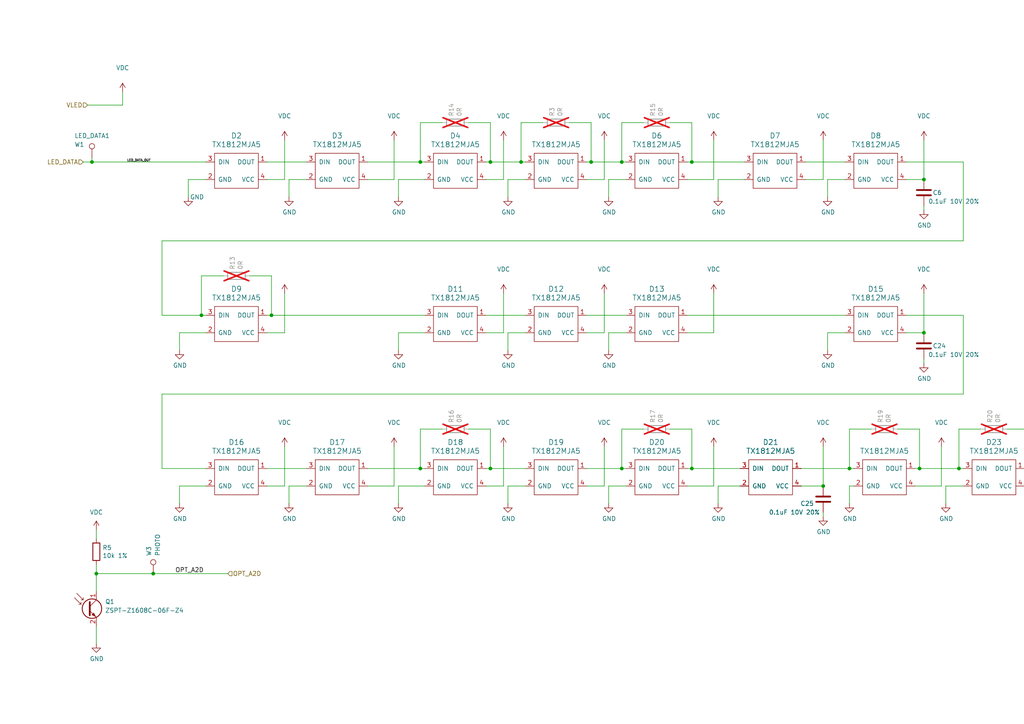
<source format=kicad_sch>
(kicad_sch (version 20250114) (generator "eeschema") (generator_version "9.0")
  (paper "A4")
  (title_block (title "Pixels D20 Schematic, Main") (date "2022-08-26") (rev "13") (company "Systemic Games, LLC") (comment 1 "LED Chain"))
  (lib_symbols
    (symbol "Device:C" (pin_numbers (hide yes)) (pin_names (offset 0.254))
      (property "Reference" "C" (at 0.635 2.54 0))
      (property "Value" "C" (at 0.635 -2.54 0))
      (symbol "C_0_1"
        (polyline (pts (xy -2.032 0.762) (xy 2.032 0.762)) (stroke (width 0.508)))
        (polyline (pts (xy -2.032 -0.762) (xy 2.032 -0.762)) (stroke (width 0.508)))
      )
      (symbol "C_1_1"
        (pin passive line (at 0 3.81 270) (length 2.794) (name "~") (number "1"))
        (pin passive line (at 0 -3.81 90) (length 2.794) (name "~") (number "2"))
      )
    )
    (symbol "Device:Q_Photo_NPN" (pin_names (offset 0) (hide yes))
      (property "Reference" "Q" (at 5.08 1.27 0))
      (property "Value" "Q_Photo_NPN" (at 5.08 -1.27 0))
      (symbol "Q_Photo_NPN_0_1"
        (polyline (pts (xy -3.81 3.175) (xy -1.905 1.27) (xy -1.905 1.905)))
        (polyline (pts (xy -3.175 4.445) (xy -1.27 2.54) (xy -1.27 3.175)))
        (polyline (pts (xy -1.905 1.27) (xy -2.54 1.27)))
        (polyline (pts (xy -1.27 2.54) (xy -1.905 2.54)))
        (polyline (pts (xy 0.635 1.905) (xy 0.635 -1.905) (xy 0.635 -1.905)) (stroke (width 0.508)))
        (polyline (pts (xy 0.635 0.635) (xy 2.54 2.54)))
        (polyline (pts (xy 0.635 -0.635) (xy 2.54 -2.54) (xy 2.54 -2.54)))
        (circle (center 1.27 0) (radius 2.8194) (stroke (width 0.254)))
        (polyline (pts (xy 1.27 -1.778) (xy 1.778 -1.27) (xy 2.286 -2.286) (xy 1.27 -1.778) (xy 1.27 -1.778)) (fill (type outline)))
      )
      (symbol "Q_Photo_NPN_1_1"
        (pin passive line (at 2.54 5.08 270) (length 2.54) (name "C") (number "1"))
        (pin passive line (at 2.54 -5.08 90) (length 2.54) (name "E") (number "2"))
      )
    )
    (symbol "Device:R" (pin_numbers (hide yes)) (pin_names (offset 0))
      (property "Reference" "R" (at 2.032 0 90))
      (property "Value" "R" (at 0 0 90))
      (symbol "R_0_1"
        (rectangle (start -1.016 -2.54) (end 1.016 2.54) (stroke (width 0.254)))
      )
      (symbol "R_1_1"
        (pin passive line (at 0 3.81 270) (length 1.27) (name "~") (number "1"))
        (pin passive line (at 0 -3.81 90) (length 1.27) (name "~") (number "2"))
      )
    )
    (symbol "Pixels-dice:TEST_1P-conn" (pin_numbers (hide yes)) (pin_names (offset 0.762) (hide yes))
      (property "Reference" "W" (at 0 6.858 0))
      (property "Value" "TEST_1P-conn" (at 0 5.08 0))
      (symbol "TEST_1P-conn_0_1"
        (circle (center 0 3.302) (radius 0.762))
      )
      (symbol "TEST_1P-conn_1_1"
        (pin passive line (at 0 0 90) (length 2.54) (name "1") (number "1"))
      )
    )
    (symbol "Pixels-dice:TX1812MJA5" (pin_names (offset 1.016))
      (property "Reference" "D" (at 0 -6.35 0))
      (property "Value" "TX1812MJA5" (at 0 6.35 0))
      (symbol "TX1812MJA5_0_1"
        (rectangle (start -6.35 5.08) (end 6.35 -5.08))
      )
      (symbol "TX1812MJA5_1_1"
        (pin input line (at -8.89 2.54 0) (length 2.54) (name "DIN") (number "3"))
        (pin power_in line (at -8.89 -2.54 0) (length 2.54) (name "GND") (number "2"))
        (pin output line (at 8.89 2.54 180) (length 2.54) (name "DOUT") (number "1"))
        (pin power_in line (at 8.89 -2.54 180) (length 2.54) (name "VCC") (number "4"))
      )
    )
    (symbol "power:GND" (power) (pin_names (offset 0))
      (property "Value" "GND" (at 0 -3.81 0))
      (symbol "GND_0_1"
        (polyline (pts (xy 0 0) (xy 0 -1.27) (xy 1.27 -1.27) (xy 0 -2.54) (xy -1.27 -1.27) (xy 0 -1.27)))
      )
      (symbol "GND_1_1"
        (pin power_in line (at 0 0 270) (length 0) (hide yes) (name "GND") (number "1"))
      )
    )
    (symbol "power:VDC" (power) (pin_names (offset 0))
      (property "Value" "VDC" (at 0 6.35 0))
      (symbol "VDC_0_1"
        (polyline (pts (xy -0.762 1.27) (xy 0 2.54)))
        (polyline (pts (xy 0 2.54) (xy 0.762 1.27)))
        (polyline (pts (xy 0 0) (xy 0 2.54)))
      )
      (symbol "VDC_1_1"
        (pin power_in line (at 0 0 90) (length 0) (hide yes) (name "VDC") (number "1"))
      )
    )
  )
  (junction (at 142.24 46.99))
  (junction (at 26.67 46.99))
  (junction (at 307.34 135.89))
  (junction (at 266.7 135.89))
  (junction (at 200.66 46.99))
  (junction (at 121.92 46.99))
  (junction (at 424.18 135.89))
  (junction (at 393.7 135.89))
  (junction (at 238.76 140.97))
  (junction (at 246.38 135.89))
  (junction (at 27.94 166.37))
  (junction (at 373.38 135.89))
  (junction (at 327.66 135.89))
  (junction (at 180.34 46.99))
  (junction (at 44.45 166.37))
  (junction (at 403.86 135.89))
  (junction (at 298.45 135.89))
  (junction (at 121.92 135.89))
  (junction (at 78.74 91.44))
  (junction (at 151.13 46.99))
  (junction (at 58.42 91.44))
  (junction (at 267.97 52.07))
  (junction (at 278.13 135.89))
  (junction (at 171.45 46.99))
  (junction (at 267.97 96.52))
  (junction (at 180.34 135.89))
  (junction (at 200.66 135.89))
  (junction (at 142.24 135.89))
  (wire (pts (xy 297.18 135.89) (xy 298.45 135.89)))
  (wire (pts (xy 175.26 85.09) (xy 175.26 96.52)))
  (wire (pts (xy 207.01 40.64) (xy 207.01 52.07)))
  (wire (pts (xy 78.74 91.44) (xy 123.19 91.44)))
  (wire (pts (xy 147.32 140.97) (xy 152.4 140.97)))
  (wire (pts (xy 140.97 46.99) (xy 142.24 46.99)))
  (wire (pts (xy 273.05 129.54) (xy 273.05 140.97)))
  (wire (pts (xy 274.32 140.97) (xy 274.32 146.05)))
  (wire (pts (xy 279.4 46.99) (xy 279.4 69.85)))
  (wire (pts (xy 135.89 35.56) (xy 142.24 35.56)))
  (wire (pts (xy 393.7 124.46) (xy 393.7 135.89)))
  (wire (pts (xy 114.3 129.54) (xy 114.3 140.97)))
  (wire (pts (xy 58.42 80.01) (xy 58.42 91.44)))
  (wire (pts (xy 267.97 104.14) (xy 267.97 105.41)))
  (wire (pts (xy 233.68 52.07) (xy 238.76 52.07)))
  (wire (pts (xy 392.43 140.97) (xy 400.05 140.97)))
  (wire (pts (xy 194.31 124.46) (xy 200.66 124.46)))
  (wire (pts (xy 176.53 96.52) (xy 176.53 101.6)))
  (wire (pts (xy 77.47 135.89) (xy 88.9 135.89)))
  (wire (pts (xy 170.18 52.07) (xy 175.26 52.07)))
  (wire (pts (xy 176.53 52.07) (xy 181.61 52.07)))
  (wire (pts (xy 27.94 166.37) (xy 44.45 166.37)))
  (wire (pts (xy 147.32 146.05) (xy 147.32 140.97)))
  (wire (pts (xy 297.18 140.97) (xy 302.26 140.97)))
  (wire (pts (xy 176.53 52.07) (xy 176.53 57.15)))
  (wire (pts (xy 82.55 85.09) (xy 82.55 96.52)))
  (wire (pts (xy 83.82 146.05) (xy 83.82 140.97)))
  (wire (pts (xy 46.99 69.85) (xy 46.99 91.44)))
  (wire (pts (xy 146.05 85.09) (xy 146.05 96.52)))
  (wire (pts (xy 78.74 80.01) (xy 78.74 91.44)))
  (wire (pts (xy 303.53 140.97) (xy 308.61 140.97)))
  (wire (pts (xy 400.05 129.54) (xy 400.05 140.97)))
  (wire (pts (xy 77.47 91.44) (xy 78.74 91.44)))
  (wire (pts (xy 170.18 91.44) (xy 181.61 91.44)))
  (wire (pts (xy 114.3 40.64) (xy 114.3 52.07)))
  (wire (pts (xy 142.24 46.99) (xy 151.13 46.99)))
  (wire (pts (xy 147.32 52.07) (xy 152.4 52.07)))
  (wire (pts (xy 147.32 96.52) (xy 152.4 96.52)))
  (wire (pts (xy 194.31 35.56) (xy 200.66 35.56)))
  (wire (pts (xy 298.45 124.46) (xy 298.45 135.89)))
  (wire (pts (xy 335.28 140.97) (xy 341.63 140.97)))
  (wire (pts (xy 121.92 46.99) (xy 123.19 46.99)))
  (wire (pts (xy 208.28 140.97) (xy 208.28 146.05)))
  (wire (pts (xy 151.13 46.99) (xy 152.4 46.99)))
  (wire (pts (xy 267.97 59.69) (xy 267.97 60.96)))
  (wire (pts (xy 27.94 181.61) (xy 27.94 186.69)))
  (wire (pts (xy 142.24 35.56) (xy 142.24 46.99)))
  (wire (pts (xy 27.94 163.83) (xy 27.94 166.37)))
  (wire (pts (xy 165.1 35.56) (xy 171.45 35.56)))
  (wire (pts (xy 128.27 35.56) (xy 121.92 35.56)))
  (wire (pts (xy 262.89 52.07) (xy 267.97 52.07)))
  (wire (pts (xy 175.26 40.64) (xy 175.26 52.07)))
  (wire (pts (xy 140.97 91.44) (xy 152.4 91.44)))
  (wire (pts (xy 302.26 129.54) (xy 302.26 140.97)))
  (wire (pts (xy 246.38 135.89) (xy 247.65 135.89)))
  (wire (pts (xy 279.4 91.44) (xy 279.4 114.3)))
  (wire (pts (xy 326.39 135.89) (xy 327.66 135.89)))
  (wire (pts (xy 307.34 124.46) (xy 307.34 135.89)))
  (wire (pts (xy 403.86 135.89) (xy 405.13 135.89)))
  (wire (pts (xy 359.41 135.89) (xy 373.38 135.89)))
  (wire (pts (xy 106.68 46.99) (xy 121.92 46.99)))
  (wire (pts (xy 410.21 124.46) (xy 403.86 124.46)))
  (wire (pts (xy 403.86 140.97) (xy 405.13 140.97)))
  (wire (pts (xy 379.73 124.46) (xy 373.38 124.46)))
  (wire (pts (xy 232.41 135.89) (xy 246.38 135.89)))
  (wire (pts (xy 313.69 124.46) (xy 307.34 124.46)))
  (wire (pts (xy 27.94 153.67) (xy 27.94 156.21)))
  (wire (pts (xy 77.47 96.52) (xy 82.55 96.52)))
  (wire (pts (xy 199.39 135.89) (xy 200.66 135.89)))
  (wire (pts (xy 365.76 129.54) (xy 365.76 140.97)))
  (wire (pts (xy 83.82 57.15) (xy 83.82 52.07)))
  (wire (pts (xy 307.34 135.89) (xy 308.61 135.89)))
  (wire (pts (xy 146.05 129.54) (xy 146.05 140.97)))
  (wire (pts (xy 199.39 140.97) (xy 207.01 140.97)))
  (wire (pts (xy 208.28 140.97) (xy 214.63 140.97)))
  (wire (pts (xy 262.89 91.44) (xy 279.4 91.44)))
  (wire (pts (xy 135.89 124.46) (xy 142.24 124.46)))
  (wire (pts (xy 171.45 35.56) (xy 171.45 46.99)))
  (wire (pts (xy 240.03 52.07) (xy 245.11 52.07)))
  (wire (pts (xy 199.39 52.07) (xy 207.01 52.07)))
  (wire (pts (xy 403.86 124.46) (xy 403.86 135.89)))
  (wire (pts (xy 359.41 140.97) (xy 365.76 140.97)))
  (wire (pts (xy 262.89 46.99) (xy 279.4 46.99)))
  (wire (pts (xy 334.01 129.54) (xy 334.01 140.97)))
  (wire (pts (xy 267.97 40.64) (xy 267.97 52.07)))
  (wire (pts (xy 26.67 46.99) (xy 59.69 46.99)))
  (wire (pts (xy 176.53 140.97) (xy 176.53 146.05)))
  (wire (pts (xy 142.24 124.46) (xy 142.24 135.89)))
  (wire (pts (xy 260.35 124.46) (xy 266.7 124.46)))
  (wire (pts (xy 106.68 52.07) (xy 114.3 52.07)))
  (wire (pts (xy 186.69 124.46) (xy 180.34 124.46)))
  (wire (pts (xy 422.91 140.97) (xy 430.53 140.97)))
  (wire (pts (xy 170.18 96.52) (xy 175.26 96.52)))
  (wire (pts (xy 54.61 52.07) (xy 54.61 57.15)))
  (wire (pts (xy 147.32 57.15) (xy 147.32 52.07)))
  (wire (pts (xy 35.56 30.48) (xy 35.56 26.67)))
  (wire (pts (xy 199.39 96.52) (xy 207.01 96.52)))
  (wire (pts (xy 121.92 35.56) (xy 121.92 46.99)))
  (wire (pts (xy 422.91 135.89) (xy 424.18 135.89)))
  (wire (pts (xy 26.67 45.72) (xy 26.67 46.99)))
  (wire (pts (xy 238.76 129.54) (xy 238.76 140.97)))
  (wire (pts (xy 232.41 140.97) (xy 238.76 140.97)))
  (wire (pts (xy 207.01 85.09) (xy 207.01 96.52)))
  (wire (pts (xy 186.69 35.56) (xy 180.34 35.56)))
  (wire (pts (xy 208.28 52.07) (xy 208.28 57.15)))
  (wire (pts (xy 180.34 135.89) (xy 181.61 135.89)))
  (wire (pts (xy 180.34 124.46) (xy 180.34 135.89)))
  (wire (pts (xy 403.86 140.97) (xy 403.86 146.05)))
  (wire (pts (xy 373.38 140.97) (xy 374.65 140.97)))
  (wire (pts (xy 278.13 135.89) (xy 279.4 135.89)))
  (wire (pts (xy 430.53 129.54) (xy 430.53 140.97)))
  (wire (pts (xy 246.38 124.46) (xy 246.38 135.89)))
  (wire (pts (xy 284.48 124.46) (xy 278.13 124.46)))
  (wire (pts (xy 52.07 140.97) (xy 59.69 140.97)))
  (wire (pts (xy 170.18 46.99) (xy 171.45 46.99)))
  (wire (pts (xy 246.38 140.97) (xy 247.65 140.97)))
  (wire (pts (xy 208.28 52.07) (xy 215.9 52.07)))
  (wire (pts (xy 175.26 129.54) (xy 175.26 140.97)))
  (wire (pts (xy 321.31 124.46) (xy 327.66 124.46)))
  (wire (pts (xy 424.18 135.89) (xy 435.61 135.89)))
  (wire (pts (xy 246.38 140.97) (xy 246.38 146.05)))
  (wire (pts (xy 392.43 135.89) (xy 393.7 135.89)))
  (wire (pts (xy 147.32 101.6) (xy 147.32 96.52)))
  (wire (pts (xy 417.83 124.46) (xy 424.18 124.46)))
  (wire (pts (xy 199.39 91.44) (xy 245.11 91.44)))
  (wire (pts (xy 72.39 80.01) (xy 78.74 80.01)))
  (wire (pts (xy 83.82 140.97) (xy 88.9 140.97)))
  (wire (pts (xy 54.61 52.07) (xy 59.69 52.07)))
  (wire (pts (xy 292.1 124.46) (xy 298.45 124.46)))
  (wire (pts (xy 25.4 30.48) (xy 35.56 30.48)))
  (wire (pts (xy 121.92 124.46) (xy 121.92 135.89)))
  (wire (pts (xy 142.24 135.89) (xy 152.4 135.89)))
  (wire (pts (xy 46.99 135.89) (xy 59.69 135.89)))
  (wire (pts (xy 64.77 80.01) (xy 58.42 80.01)))
  (wire (pts (xy 52.07 96.52) (xy 59.69 96.52)))
  (wire (pts (xy 200.66 135.89) (xy 214.63 135.89)))
  (wire (pts (xy 83.82 52.07) (xy 88.9 52.07)))
  (wire (pts (xy 424.18 124.46) (xy 424.18 135.89)))
  (wire (pts (xy 393.7 135.89) (xy 403.86 135.89)))
  (wire (pts (xy 140.97 52.07) (xy 146.05 52.07)))
  (wire (pts (xy 200.66 46.99) (xy 215.9 46.99)))
  (wire (pts (xy 24.13 46.99) (xy 26.67 46.99)))
  (wire (pts (xy 233.68 46.99) (xy 245.11 46.99)))
  (wire (pts (xy 279.4 69.85) (xy 46.99 69.85)))
  (wire (pts (xy 115.57 96.52) (xy 115.57 101.6)))
  (wire (pts (xy 265.43 135.89) (xy 266.7 135.89)))
  (wire (pts (xy 82.55 129.54) (xy 82.55 140.97)))
  (wire (pts (xy 327.66 124.46) (xy 327.66 135.89)))
  (wire (pts (xy 171.45 46.99) (xy 180.34 46.99)))
  (wire (pts (xy 77.47 46.99) (xy 88.9 46.99)))
  (wire (pts (xy 27.94 166.37) (xy 27.94 171.45)))
  (wire (pts (xy 303.53 140.97) (xy 303.53 146.05)))
  (wire (pts (xy 115.57 140.97) (xy 123.19 140.97)))
  (wire (pts (xy 240.03 101.6) (xy 240.03 96.52)))
  (wire (pts (xy 151.13 35.56) (xy 151.13 46.99)))
  (wire (pts (xy 77.47 140.97) (xy 82.55 140.97)))
  (wire (pts (xy 106.68 135.89) (xy 121.92 135.89)))
  (wire (pts (xy 115.57 96.52) (xy 123.19 96.52)))
  (wire (pts (xy 262.89 96.52) (xy 267.97 96.52)))
  (wire (pts (xy 238.76 40.64) (xy 238.76 52.07)))
  (wire (pts (xy 157.48 35.56) (xy 151.13 35.56)))
  (wire (pts (xy 207.01 129.54) (xy 207.01 140.97)))
  (wire (pts (xy 52.07 140.97) (xy 52.07 146.05)))
  (wire (pts (xy 274.32 140.97) (xy 279.4 140.97)))
  (wire (pts (xy 387.35 124.46) (xy 393.7 124.46)))
  (wire (pts (xy 373.38 140.97) (xy 373.38 146.05)))
  (wire (pts (xy 266.7 135.89) (xy 278.13 135.89)))
  (wire (pts (xy 373.38 135.89) (xy 374.65 135.89)))
  (wire (pts (xy 106.68 140.97) (xy 114.3 140.97)))
  (wire (pts (xy 278.13 124.46) (xy 278.13 135.89)))
  (wire (pts (xy 170.18 135.89) (xy 180.34 135.89)))
  (wire (pts (xy 240.03 96.52) (xy 245.11 96.52)))
  (wire (pts (xy 335.28 140.97) (xy 335.28 146.05)))
  (wire (pts (xy 200.66 35.56) (xy 200.66 46.99)))
  (wire (pts (xy 140.97 140.97) (xy 146.05 140.97)))
  (wire (pts (xy 128.27 124.46) (xy 121.92 124.46)))
  (wire (pts (xy 373.38 124.46) (xy 373.38 135.89)))
  (wire (pts (xy 140.97 96.52) (xy 146.05 96.52)))
  (wire (pts (xy 180.34 35.56) (xy 180.34 46.99)))
  (wire (pts (xy 46.99 91.44) (xy 58.42 91.44)))
  (wire (pts (xy 82.55 40.64) (xy 82.55 52.07)))
  (wire (pts (xy 199.39 46.99) (xy 200.66 46.99)))
  (wire (pts (xy 252.73 124.46) (xy 246.38 124.46)))
  (wire (pts (xy 115.57 140.97) (xy 115.57 146.05)))
  (wire (pts (xy 326.39 140.97) (xy 334.01 140.97)))
  (wire (pts (xy 200.66 124.46) (xy 200.66 135.89)))
  (wire (pts (xy 176.53 140.97) (xy 181.61 140.97)))
  (wire (pts (xy 140.97 135.89) (xy 142.24 135.89)))
  (wire (pts (xy 115.57 52.07) (xy 123.19 52.07)))
  (wire (pts (xy 266.7 124.46) (xy 266.7 135.89)))
  (wire (pts (xy 170.18 140.97) (xy 175.26 140.97)))
  (wire (pts (xy 238.76 148.59) (xy 238.76 149.86)))
  (wire (pts (xy 146.05 40.64) (xy 146.05 52.07)))
  (wire (pts (xy 240.03 57.15) (xy 240.03 52.07)))
  (wire (pts (xy 44.45 166.37) (xy 66.04 166.37)))
  (wire (pts (xy 77.47 52.07) (xy 82.55 52.07)))
  (wire (pts (xy 52.07 96.52) (xy 52.07 101.6)))
  (wire (pts (xy 298.45 135.89) (xy 307.34 135.89)))
  (wire (pts (xy 180.34 46.99) (xy 181.61 46.99)))
  (wire (pts (xy 176.53 96.52) (xy 181.61 96.52)))
  (wire (pts (xy 267.97 85.09) (xy 267.97 96.52)))
  (wire (pts (xy 279.4 114.3) (xy 46.99 114.3)))
  (wire (pts (xy 46.99 114.3) (xy 46.99 135.89)))
  (wire (pts (xy 327.66 135.89) (xy 341.63 135.89)))
  (wire (pts (xy 58.42 91.44) (xy 59.69 91.44)))
  (wire (pts (xy 115.57 52.07) (xy 115.57 57.15)))
  (wire (pts (xy 121.92 135.89) (xy 123.19 135.89)))
  (wire (pts (xy 265.43 140.97) (xy 273.05 140.97)))
  (label "LED_DATA_OUT" (at 36.83 46.99 0) (effects (font (size 0.635 0.635))))
  (label "OPT_A2D" (at 50.8 166.37 0))
  (hierarchical_label "LED_RETURN" (shape output) (at 435.61 135.89 0))
  (hierarchical_label "OPT_A2D" (shape input) (at 66.04 166.37 0))
  (hierarchical_label "LED_DATA" (shape input) (at 24.13 46.99 180))
  (hierarchical_label "VLED" (shape input) (at 25.4 30.48 180))
  (symbol (lib_id "power:VDC") (at 35.56 26.67 0) (unit 1)
    (property "Reference" "#PWR0102" (effects (hide yes)))
    (property "Value" "VDC" (at 35.56 19.685 0))
  )
  (symbol (lib_id "power:VDC") (at 82.55 40.64 0) (unit 1)
    (property "Reference" "#PWR0103" (effects (hide yes)))
    (property "Value" "VDC" (at 82.55 33.655 0))
  )
  (symbol (lib_id "power:VDC") (at 114.3 40.64 0) (unit 1)
    (property "Reference" "#PWR0104" (effects (hide yes)))
    (property "Value" "VDC" (at 114.3 33.655 0))
  )
  (symbol (lib_id "power:GND") (at 54.61 57.15 0) (unit 1)
    (property "Reference" "#PWR0105" (effects (hide yes)))
    (property "Value" "GND" (at 57.15 57.15 0))
  )
  (symbol (lib_id "power:GND") (at 83.82 57.15 0) (unit 1)
    (property "Reference" "#PWR0106" (effects (hide yes)))
    (property "Value" "GND" (at 83.947 61.5442 0))
  )
  (symbol (lib_id "power:VDC") (at 146.05 40.64 0) (unit 1)
    (property "Reference" "#PWR0107" (effects (hide yes)))
    (property "Value" "VDC" (at 146.05 33.655 0))
  )
  (symbol (lib_id "power:VDC") (at 175.26 40.64 0) (unit 1)
    (property "Reference" "#PWR0108" (effects (hide yes)))
    (property "Value" "VDC" (at 175.26 33.655 0))
  )
  (symbol (lib_id "power:GND") (at 115.57 57.15 0) (unit 1)
    (property "Reference" "#PWR0109" (effects (hide yes)))
    (property "Value" "GND" (at 115.697 61.5442 0))
  )
  (symbol (lib_id "power:GND") (at 147.32 57.15 0) (unit 1)
    (property "Reference" "#PWR0110" (effects (hide yes)))
    (property "Value" "GND" (at 147.447 61.5442 0))
  )
  (symbol (lib_id "power:VDC") (at 207.01 40.64 0) (unit 1)
    (property "Reference" "#PWR0111" (effects (hide yes)))
    (property "Value" "VDC" (at 207.01 33.655 0))
  )
  (symbol (lib_id "power:VDC") (at 238.76 40.64 0) (unit 1)
    (property "Reference" "#PWR0112" (effects (hide yes)))
    (property "Value" "VDC" (at 238.76 33.655 0))
  )
  (symbol (lib_id "power:VDC") (at 267.97 40.64 0) (unit 1)
    (property "Reference" "#PWR0113" (effects (hide yes)))
    (property "Value" "VDC" (at 267.97 33.655 0))
  )
  (symbol (lib_id "power:GND") (at 208.28 57.15 0) (unit 1)
    (property "Reference" "#PWR0114" (effects (hide yes)))
    (property "Value" "GND" (at 208.407 61.5442 0))
  )
  (symbol (lib_id "power:GND") (at 240.03 57.15 0) (unit 1)
    (property "Reference" "#PWR0115" (effects (hide yes)))
    (property "Value" "GND" (at 240.157 61.5442 0))
  )
  (symbol (lib_id "power:GND") (at 176.53 57.15 0) (unit 1)
    (property "Reference" "#PWR0116" (effects (hide yes)))
    (property "Value" "GND" (at 176.657 61.5442 0))
  )
  (symbol (lib_id "power:VDC") (at 82.55 85.09 0) (unit 1)
    (property "Reference" "#PWR0117" (effects (hide yes)))
    (property "Value" "VDC" (effects (hide yes)))
  )
  (symbol (lib_id "power:GND") (at 52.07 101.6 0) (unit 1)
    (property "Reference" "#PWR0119" (effects (hide yes)))
    (property "Value" "GND" (at 52.197 105.9942 0))
  )
  (symbol (lib_id "power:VDC") (at 175.26 85.09 0) (unit 1)
    (property "Reference" "#PWR0121" (effects (hide yes)))
    (property "Value" "VDC" (at 175.26 78.105 0))
  )
  (symbol (lib_id "power:GND") (at 115.57 101.6 0) (unit 1)
    (property "Reference" "#PWR0122" (effects (hide yes)))
    (property "Value" "GND" (at 115.697 105.9942 0))
  )
  (symbol (lib_id "power:GND") (at 147.32 101.6 0) (unit 1)
    (property "Reference" "#PWR0123" (effects (hide yes)))
    (property "Value" "GND" (at 147.447 105.9942 0))
  )
  (symbol (lib_id "power:VDC") (at 207.01 85.09 0) (unit 1)
    (property "Reference" "#PWR0124" (effects (hide yes)))
    (property "Value" "VDC" (at 207.01 78.105 0))
  )
  (symbol (lib_id "power:VDC") (at 267.97 85.09 0) (unit 1)
    (property "Reference" "#PWR0126" (effects (hide yes)))
    (property "Value" "VDC" (at 267.97 78.105 0))
  )
  (symbol (lib_id "power:GND") (at 240.03 101.6 0) (unit 1)
    (property "Reference" "#PWR0128" (effects (hide yes)))
    (property "Value" "GND" (at 240.157 105.9942 0))
  )
  (symbol (lib_id "power:GND") (at 176.53 101.6 0) (unit 1)
    (property "Reference" "#PWR0129" (effects (hide yes)))
    (property "Value" "GND" (at 176.657 105.9942 0))
  )
  (symbol (lib_id "power:VDC") (at 82.55 129.54 0) (unit 1)
    (property "Reference" "#PWR0130" (effects (hide yes)))
    (property "Value" "VDC" (at 82.55 122.555 0))
  )
  (symbol (lib_id "power:VDC") (at 114.3 129.54 0) (unit 1)
    (property "Reference" "#PWR0131" (effects (hide yes)))
    (property "Value" "VDC" (at 114.3 122.555 0))
  )
  (symbol (lib_id "power:GND") (at 52.07 146.05 0) (unit 1)
    (property "Reference" "#PWR0132" (effects (hide yes)))
    (property "Value" "GND" (at 52.197 150.4442 0))
  )
  (symbol (lib_id "power:GND") (at 83.82 146.05 0) (unit 1)
    (property "Reference" "#PWR0133" (effects (hide yes)))
    (property "Value" "GND" (at 83.947 150.4442 0))
  )
  (symbol (lib_id "power:VDC") (at 146.05 129.54 0) (unit 1)
    (property "Reference" "#PWR0134" (effects (hide yes)))
    (property "Value" "VDC" (at 146.05 122.555 0))
  )
  (symbol (lib_id "power:VDC") (at 175.26 129.54 0) (unit 1)
    (property "Reference" "#PWR0135" (effects (hide yes)))
    (property "Value" "VDC" (at 175.26 122.555 0))
  )
  (symbol (lib_id "power:GND") (at 115.57 146.05 0) (unit 1)
    (property "Reference" "#PWR0136" (effects (hide yes)))
    (property "Value" "GND" (at 115.697 150.4442 0))
  )
  (symbol (lib_id "power:GND") (at 147.32 146.05 0) (unit 1)
    (property "Reference" "#PWR0137" (effects (hide yes)))
    (property "Value" "GND" (at 147.447 150.4442 0))
  )
  (symbol (lib_id "power:VDC") (at 207.01 129.54 0) (unit 1)
    (property "Reference" "#PWR0138" (effects (hide yes)))
    (property "Value" "VDC" (at 207.01 122.555 0))
  )
  (symbol (lib_id "power:VDC") (at 238.76 129.54 0) (unit 1)
    (property "Reference" "#PWR0139" (effects (hide yes)))
    (property "Value" "VDC" (at 238.76 122.555 0))
  )
  (symbol (lib_id "power:GND") (at 267.97 60.96 0) (unit 1)
    (property "Reference" "#PWR0140" (effects (hide yes)))
    (property "Value" "GND" (at 268.097 65.3542 0))
  )
  (symbol (lib_id "Device:C") (at 267.97 100.33 0) (unit 1)
    (property "Reference" "C24" (at 270.51 100.33 0) (effects (justify left)))
    (property "Value" "0.1uF 10V 20%" (at 269.24 102.87 0) (effects (justify left)))
    (property "Footprint" "Capacitor_SMD:C_0201_0603Metric" (effects (hide yes)))
    (property "Generic OK" "YES" (effects (hide yes)))
    (property "Manufacturer" "HRE" (effects (hide yes)))
    (property "LCSC Part #" "C6119757" (effects (hide yes)))
    (property "Part Number" "CGA0201X5R104K100ET" (effects (hide yes)))
  )
  (symbol (lib_id "power:GND") (at 267.97 105.41 0) (unit 1)
    (property "Reference" "#PWR0141" (effects (hide yes)))
    (property "Value" "GND" (at 268.097 109.8042 0))
  )
  (symbol (lib_id "Device:C") (at 238.76 144.78 0) (unit 1)
    (property "Reference" "C25" (at 232.156 146.05 0) (effects (justify left)))
    (property "Value" "0.1uF 10V 20%" (at 223.012 148.59 0) (effects (justify left)))
    (property "Footprint" "Capacitor_SMD:C_0201_0603Metric" (effects (hide yes)))
    (property "Generic OK" "YES" (effects (hide yes)))
    (property "Manufacturer" "HRE" (effects (hide yes)))
    (property "LCSC Part #" "C6119757" (effects (hide yes)))
    (property "Part Number" "CGA0201X5R104K100ET" (effects (hide yes)))
  )
  (symbol (lib_id "Device:R") (at 68.58 80.01 90) (unit 1) (dnp yes)
    (property "Reference" "R13" (at 67.4116 78.232 0) (effects (justify left)))
    (property "Value" "0R" (at 69.723 78.232 0) (effects (justify left)))
    (property "Footprint" "Resistor_SMD:R_0201_0603Metric" (effects (hide yes)))
    (property "Generic OK" "YES" (effects (hide yes)))
    (property "Manufacturer" "UNI-ROYAL(Uniroyal Elec)" (effects (hide yes)))
  )
  (symbol (lib_id "Device:R") (at 383.54 124.46 90) (unit 1) (dnp yes)
    (property "Reference" "R21" (at 382.3716 122.682 0) (effects (justify left)))
    (property "Value" "0R" (at 384.683 122.682 0) (effects (justify left)))
    (property "Footprint" "Resistor_SMD:R_0201_0603Metric" (effects (hide yes)))
    (property "Generic OK" "YES" (effects (hide yes)))
    (property "Manufacturer" "UNI-ROYAL(Uniroyal Elec)" (effects (hide yes)))
  )
  (symbol (lib_id "Pixels-dice:TX1812MJA5") (at 224.79 49.53 0) (unit 1)
    (property "Reference" "D7" (at 224.79 39.37 0) (effects (font (size 1.524 1.524))))
    (property "Value" "TX1812MJA5" (at 224.79 41.91 0) (effects (font (size 1.524 1.524))))
    (property "Footprint" "Pixels-dice:TX1812MWCA5-F01" (effects (hide yes)))
    (property "Manufacturer" "TCWIN" (effects (hide yes)))
    (property "Part Number" "TX1812MJA5-F01" (effects (hide yes)))
  )
  (symbol (lib_id "Pixels-dice:TX1812MJA5") (at 317.5 138.43 0) (unit 1)
    (property "Reference" "D24" (at 317.5 128.27 0) (effects (font (size 1.524 1.524))))
    (property "Value" "TX1812MJA5" (at 317.5 130.81 0) (effects (font (size 1.524 1.524))))
    (property "Footprint" "Pixels-dice:TX1812MWCA5-F01" (effects (hide yes)))
    (property "Manufacturer" "TCWIN" (effects (hide yes)))
    (property "Part Number" "TX1812MJA5-F01" (effects (hide yes)))
  )
  (symbol (lib_id "power:GND") (at 274.32 146.05 0) (unit 1)
    (property "Reference" "#PWR067" (effects (hide yes)))
    (property "Value" "GND" (at 274.447 150.4442 0))
  )
  (symbol (lib_id "power:GND") (at 373.38 146.05 0) (unit 1)
    (property "Reference" "#PWR066" (effects (hide yes)))
    (property "Value" "GND" (at 373.507 150.4442 0))
  )
  (symbol (lib_id "Device:R") (at 27.94 160.02 0) (unit 1)
    (property "Reference" "R5" (at 29.718 158.8516 0) (effects (justify left)))
    (property "Value" "10k 1%" (at 29.718 161.163 0) (effects (justify left)))
    (property "Footprint" "Resistor_SMD:R_0201_0603Metric" (effects (hide yes)))
    (property "Generic OK" "YES" (effects (hide yes)))
    (property "Manufacturer" "UNI-ROYAL(Uniroyal Elec)" (effects (hide yes)))
    (property "Part Number" "0201WMF1002TEE" (effects (hide yes)))
    (property "LCSC Part #" "C473048" (effects (hide yes)))
  )
  (symbol (lib_id "Pixels-dice:TX1812MJA5") (at 383.54 138.43 0) (unit 1)
    (property "Reference" "D26" (at 383.54 128.27 0) (effects (font (size 1.524 1.524))))
    (property "Value" "TX1812MJA5" (at 383.54 130.81 0) (effects (font (size 1.524 1.524))))
    (property "Footprint" "Pixels-dice:TX1812MWCA5-F01" (effects (hide yes)))
    (property "Manufacturer" "TCWIN" (effects (hide yes)))
    (property "Part Number" "TX1812MJA5-F01" (effects (hide yes)))
  )
  (symbol (lib_id "power:GND") (at 176.53 146.05 0) (unit 1)
    (property "Reference" "#PWR046" (effects (hide yes)))
    (property "Value" "GND" (at 176.657 150.4442 0))
  )
  (symbol (lib_id "power:VDC") (at 334.01 129.54 0) (unit 1)
    (property "Reference" "#PWR055" (effects (hide yes)))
    (property "Value" "VDC" (at 334.01 122.555 0))
  )
  (symbol (lib_id "power:VDC") (at 27.94 153.67 0) (unit 1)
    (property "Reference" "#PWR072" (effects (hide yes)))
    (property "Value" "VDC" (at 27.94 148.59 0))
    (property "Description" "Power symbol creates a global label with name \"VDC\"" (effects (hide yes)))
  )
  (symbol (lib_id "Device:C") (at 267.97 55.88 0) (unit 1)
    (property "Reference" "C6" (at 270.51 55.88 0) (effects (justify left)))
    (property "Value" "0.1uF 10V 20%" (at 269.24 58.42 0) (effects (justify left)))
    (property "Footprint" "Capacitor_SMD:C_0201_0603Metric" (effects (hide yes)))
    (property "Generic OK" "YES" (effects (hide yes)))
    (property "Manufacturer" "HRE" (effects (hide yes)))
    (property "LCSC Part #" "C6119757" (effects (hide yes)))
    (property "Part Number" "CGA0201X5R104K100ET" (effects (hide yes)))
  )
  (symbol (lib_id "Pixels-dice:TX1812MJA5") (at 161.29 49.53 0) (unit 1)
    (property "Reference" "D5" (effects (hide yes)))
    (property "Value" "TX1812MJA5" (at 161.29 41.91 0) (effects (font (size 1.524 1.524))))
    (property "Footprint" "Pixels-dice:TX1812MWCA5-F01" (effects (hide yes)))
    (property "Manufacturer" "TCWIN" (effects (hide yes)))
    (property "Part Number" "TX1812MJA5-F01" (effects (hide yes)))
  )
  (symbol (lib_id "Pixels-dice:TX1812MJA5") (at 132.08 49.53 0) (unit 1)
    (property "Reference" "D4" (at 132.08 39.37 0) (effects (font (size 1.524 1.524))))
    (property "Value" "TX1812MJA5" (at 132.08 41.91 0) (effects (font (size 1.524 1.524))))
    (property "Footprint" "Pixels-dice:TX1812MWCA5-F01" (effects (hide yes)))
    (property "Manufacturer" "TCWIN" (effects (hide yes)))
    (property "Part Number" "TX1812MJA5-F01" (effects (hide yes)))
  )
  (symbol (lib_id "Pixels-dice:TX1812MJA5") (at 132.08 93.98 0) (unit 1)
    (property "Reference" "D11" (at 132.08 83.82 0) (effects (font (size 1.524 1.524))))
    (property "Value" "TX1812MJA5" (at 132.08 86.36 0) (effects (font (size 1.524 1.524))))
    (property "Footprint" "Pixels-dice:TX1812MWCA5-F01" (effects (hide yes)))
    (property "Manufacturer" "TCWIN" (effects (hide yes)))
    (property "Part Number" "TX1812MJA5-F01" (effects (hide yes)))
  )
  (symbol (lib_id "Pixels-dice:TX1812MJA5") (at 190.5 49.53 0) (unit 1)
    (property "Reference" "D6" (at 190.5 39.37 0) (effects (font (size 1.524 1.524))))
    (property "Value" "TX1812MJA5" (at 190.5 41.91 0) (effects (font (size 1.524 1.524))))
    (property "Footprint" "Pixels-dice:TX1812MWCA5-F01" (effects (hide yes)))
    (property "Manufacturer" "TCWIN" (effects (hide yes)))
    (property "Part Number" "TX1812MJA5-F01" (effects (hide yes)))
  )
  (symbol (lib_id "Pixels-dice:TX1812MJA5") (at 223.52 138.43 0) (unit 1)
    (property "Reference" "D21" (at 223.52 128.27 0) (effects (font (size 1.524 1.524))))
    (property "Value" "TX1812MJA5" (at 223.52 130.81 0) (effects (font (size 1.524 1.524))))
    (property "Footprint" "Pixels-dice:TX1812MWCA5-F01" (effects (hide yes)))
    (property "Manufacturer" "TCWIN" (effects (hide yes)))
    (property "Part Number" "TX1812MJA5-F01" (effects (hide yes)))
  )
  (symbol (lib_id "Pixels-dice:TX1812MJA5") (at 190.5 93.98 0) (unit 1)
    (property "Reference" "D13" (at 190.5 83.82 0) (effects (font (size 1.524 1.524))))
    (property "Value" "TX1812MJA5" (at 190.5 86.36 0) (effects (font (size 1.524 1.524))))
    (property "Footprint" "Pixels-dice:TX1812MWCA5-F01" (effects (hide yes)))
    (property "Manufacturer" "TCWIN" (effects (hide yes)))
    (property "Part Number" "TX1812MJA5-F01" (effects (hide yes)))
  )
  (symbol (lib_id "power:GND") (at 303.53 146.05 0) (unit 1)
    (property "Reference" "#PWR048" (effects (hide yes)))
    (property "Value" "GND" (at 303.657 150.4442 0))
  )
  (symbol (lib_id "power:GND") (at 403.86 146.05 0) (unit 1)
    (property "Reference" "#PWR065" (effects (hide yes)))
    (property "Value" "GND" (at 403.987 150.4442 0))
  )
  (symbol (lib_id "Pixels-dice:TEST_1P-conn") (at 44.45 166.37 0) (unit 1) (in_bom no)
    (property "Reference" "W3" (at 43.18 161.29 90) (effects (justify left)))
    (property "Value" "PHOTO" (at 45.72 161.29 90) (effects (justify left)))
    (property "Footprint" "Pixels-dice:TEST_PIN" (effects (hide yes)))
    (property "Generic OK" "N/A" (effects (hide yes)))
  )
  (symbol (lib_id "power:VDC") (at 146.05 85.09 0) (unit 1)
    (property "Reference" "#PWR015" (effects (hide yes)))
    (property "Value" "VDC" (at 146.05 78.105 0))
  )
  (symbol (lib_id "Pixels-dice:TX1812MJA5") (at 254 49.53 0) (unit 1)
    (property "Reference" "D8" (at 254 39.37 0) (effects (font (size 1.524 1.524))))
    (property "Value" "TX1812MJA5" (at 254 41.91 0) (effects (font (size 1.524 1.524))))
    (property "Footprint" "Pixels-dice:TX1812MWCA5-F01" (effects (hide yes)))
    (property "Manufacturer" "TCWIN" (effects (hide yes)))
    (property "Part Number" "TX1812MJA5-F01" (effects (hide yes)))
  )
  (symbol (lib_id "Pixels-dice:TX1812MJA5") (at 190.5 138.43 0) (unit 1)
    (property "Reference" "D20" (at 190.5 128.27 0) (effects (font (size 1.524 1.524))))
    (property "Value" "TX1812MJA5" (at 190.5 130.81 0) (effects (font (size 1.524 1.524))))
    (property "Footprint" "Pixels-dice:TX1812MWCA5-F01" (effects (hide yes)))
    (property "Manufacturer" "TCWIN" (effects (hide yes)))
    (property "Part Number" "TX1812MJA5-F01" (effects (hide yes)))
  )
  (symbol (lib_id "Device:R") (at 161.29 35.56 90) (unit 1) (dnp yes)
    (property "Reference" "R3" (at 160.1216 33.782 0) (effects (justify left)))
    (property "Value" "0R" (at 162.433 33.782 0) (effects (justify left)))
    (property "Footprint" "Resistor_SMD:R_0201_0603Metric" (effects (hide yes)))
    (property "Generic OK" "YES" (effects (hide yes)))
    (property "Manufacturer" "UNI-ROYAL(Uniroyal Elec)" (effects (hide yes)))
  )
  (symbol (lib_id "Pixels-dice:TX1812MJA5") (at 132.08 138.43 0) (unit 1)
    (property "Reference" "D18" (at 132.08 128.27 0) (effects (font (size 1.524 1.524))))
    (property "Value" "TX1812MJA5" (at 132.08 130.81 0) (effects (font (size 1.524 1.524))))
    (property "Footprint" "Pixels-dice:TX1812MWCA5-F01" (effects (hide yes)))
    (property "Manufacturer" "TCWIN" (effects (hide yes)))
    (property "Part Number" "TX1812MJA5-F01" (effects (hide yes)))
  )
  (symbol (lib_id "Pixels-dice:TX1812MJA5") (at 97.79 138.43 0) (unit 1)
    (property "Reference" "D17" (at 97.79 128.27 0) (effects (font (size 1.524 1.524))))
    (property "Value" "TX1812MJA5" (at 97.79 130.81 0) (effects (font (size 1.524 1.524))))
    (property "Footprint" "Pixels-dice:TX1812MWCA5-F01" (effects (hide yes)))
    (property "Manufacturer" "TCWIN" (effects (hide yes)))
    (property "Part Number" "TX1812MJA5-F01" (effects (hide yes)))
  )
  (symbol (lib_id "power:VDC") (at 430.53 129.54 0) (unit 1)
    (property "Reference" "#PWR069" (effects (hide yes)))
    (property "Value" "VDC" (at 430.53 122.555 0))
  )
  (symbol (lib_id "Pixels-dice:TX1812MJA5") (at 97.79 49.53 0) (unit 1)
    (property "Reference" "D3" (at 97.79 39.37 0) (effects (font (size 1.524 1.524))))
    (property "Value" "TX1812MJA5" (at 97.79 41.91 0) (effects (font (size 1.524 1.524))))
    (property "Footprint" "Pixels-dice:TX1812MWCA5-F01" (effects (hide yes)))
    (property "Manufacturer" "TCWIN" (effects (hide yes)))
    (property "Part Number" "TX1812MJA5-F01" (effects (hide yes)))
  )
  (symbol (lib_id "Device:R") (at 256.54 124.46 90) (unit 1) (dnp yes)
    (property "Reference" "R19" (at 255.3716 122.682 0) (effects (justify left)))
    (property "Value" "0R" (at 257.683 122.682 0) (effects (justify left)))
    (property "Footprint" "Resistor_SMD:R_0201_0603Metric" (effects (hide yes)))
    (property "Generic OK" "YES" (effects (hide yes)))
    (property "Manufacturer" "UNI-ROYAL(Uniroyal Elec)" (effects (hide yes)))
  )
  (symbol (lib_id "Pixels-dice:TX1812MJA5") (at 68.58 49.53 0) (unit 1)
    (property "Reference" "D2" (at 68.58 39.37 0) (effects (font (size 1.524 1.524))))
    (property "Value" "TX1812MJA5" (at 68.58 41.91 0) (effects (font (size 1.524 1.524))))
    (property "Footprint" "Pixels-dice:TX1812MWCA5-F01" (effects (hide yes)))
    (property "Manufacturer" "TCWIN" (effects (hide yes)))
    (property "Part Number" "TX1812MJA5-F01" (effects (hide yes)))
  )
  (symbol (lib_id "Device:R") (at 288.29 124.46 90) (unit 1) (dnp yes)
    (property "Reference" "R20" (at 287.1216 122.682 0) (effects (justify left)))
    (property "Value" "0R" (at 289.433 122.682 0) (effects (justify left)))
    (property "Footprint" "Resistor_SMD:R_0201_0603Metric" (effects (hide yes)))
    (property "Generic OK" "YES" (effects (hide yes)))
    (property "Manufacturer" "UNI-ROYAL(Uniroyal Elec)" (effects (hide yes)))
  )
  (symbol (lib_id "power:VDC") (at 365.76 129.54 0) (unit 1)
    (property "Reference" "#PWR064" (effects (hide yes)))
    (property "Value" "VDC" (at 365.76 122.555 0))
  )
  (symbol (lib_id "Device:R") (at 132.08 124.46 90) (unit 1) (dnp yes)
    (property "Reference" "R16" (at 130.9116 122.682 0) (effects (justify left)))
    (property "Value" "0R" (at 133.223 122.682 0) (effects (justify left)))
    (property "Footprint" "Resistor_SMD:R_0201_0603Metric" (effects (hide yes)))
    (property "Generic OK" "YES" (effects (hide yes)))
    (property "Manufacturer" "UNI-ROYAL(Uniroyal Elec)" (effects (hide yes)))
  )
  (symbol (lib_id "power:GND") (at 246.38 146.05 0) (unit 1)
    (property "Reference" "#PWR04" (effects (hide yes)))
    (property "Value" "GND" (at 246.507 150.4442 0))
  )
  (symbol (lib_id "Pixels-dice:TX1812MJA5") (at 68.58 93.98 0) (unit 1)
    (property "Reference" "D9" (at 68.58 83.82 0) (effects (font (size 1.524 1.524))))
    (property "Value" "TX1812MJA5" (at 68.58 86.36 0) (effects (font (size 1.524 1.524))))
    (property "Footprint" "Pixels-dice:TX1812MWCA5-F01" (effects (hide yes)))
    (property "Manufacturer" "TCWIN" (effects (hide yes)))
    (property "Part Number" "TX1812MJA5-F01" (effects (hide yes)))
  )
  (symbol (lib_id "Pixels-dice:TX1812MJA5") (at 161.29 138.43 0) (unit 1)
    (property "Reference" "D19" (at 161.29 128.27 0) (effects (font (size 1.524 1.524))))
    (property "Value" "TX1812MJA5" (at 161.29 130.81 0) (effects (font (size 1.524 1.524))))
    (property "Footprint" "Pixels-dice:TX1812MWCA5-F01" (effects (hide yes)))
    (property "Manufacturer" "TCWIN" (effects (hide yes)))
    (property "Part Number" "TX1812MJA5-F01" (effects (hide yes)))
  )
  (symbol (lib_id "Pixels-dice:TX1812MJA5") (at 254 93.98 0) (unit 1)
    (property "Reference" "D15" (at 254 83.82 0) (effects (font (size 1.524 1.524))))
    (property "Value" "TX1812MJA5" (at 254 86.36 0) (effects (font (size 1.524 1.524))))
    (property "Footprint" "Pixels-dice:TX1812MWCA5-F01" (effects (hide yes)))
    (property "Manufacturer" "TCWIN" (effects (hide yes)))
    (property "Part Number" "TX1812MJA5-F01" (effects (hide yes)))
  )
  (symbol (lib_id "Device:R") (at 317.5 124.46 90) (unit 1) (dnp yes)
    (property "Reference" "R18" (at 316.3316 122.682 0) (effects (justify left)))
    (property "Value" "0R" (at 318.643 122.682 0) (effects (justify left)))
    (property "Footprint" "Resistor_SMD:R_0201_0603Metric" (effects (hide yes)))
    (property "Generic OK" "YES" (effects (hide yes)))
    (property "Manufacturer" "UNI-ROYAL(Uniroyal Elec)" (effects (hide yes)))
  )
  (symbol (lib_id "Pixels-dice:TX1812MJA5") (at 288.29 138.43 0) (unit 1)
    (property "Reference" "D23" (at 288.29 128.27 0) (effects (font (size 1.524 1.524))))
    (property "Value" "TX1812MJA5" (at 288.29 130.81 0) (effects (font (size 1.524 1.524))))
    (property "Footprint" "Pixels-dice:TX1812MWCA5-F01" (effects (hide yes)))
    (property "Manufacturer" "TCWIN" (effects (hide yes)))
    (property "Part Number" "TX1812MJA5-F01" (effects (hide yes)))
  )
  (symbol (lib_id "Pixels-dice:TX1812MJA5") (at 256.54 138.43 0) (unit 1)
    (property "Reference" "D22" (effects (hide yes)))
    (property "Value" "TX1812MJA5" (at 256.54 130.81 0) (effects (font (size 1.524 1.524))))
    (property "Footprint" "Pixels-dice:TX1812MWCA5-F01" (effects (hide yes)))
    (property "Manufacturer" "TCWIN" (effects (hide yes)))
    (property "Part Number" "TX1812MJA5-F01" (effects (hide yes)))
  )
  (symbol (lib_id "Device:Q_Photo_NPN") (at 25.4 176.53 0) (unit 1)
    (property "Reference" "Q1" (at 30.48 174.5106 0) (effects (justify left)))
    (property "Value" "ZSPT-Z1608C-06F-Z4" (at 30.48 177.0506 0) (effects (justify left)))
    (property "Footprint" "Diode_SMD:D_0603_1608Metric" (effects (hide yes)))
    (property "Description" "NPN phototransistor, collector/emitter" (effects (hide yes)))
    (property "Manufacturer" "Chau Light" (effects (hide yes)))
    (property "Part Number" "ZSPT-Z1608C-06F-Z4" (effects (hide yes)))
    (property "LCSC Part #" "C5337512" (effects (hide yes)))
  )
  (symbol (lib_id "Pixels-dice:TX1812MJA5") (at 414.02 138.43 0) (unit 1)
    (property "Reference" "D27" (at 414.02 128.27 0) (effects (font (size 1.524 1.524))))
    (property "Value" "TX1812MJA5" (at 414.02 130.81 0) (effects (font (size 1.524 1.524))))
    (property "Footprint" "Pixels-dice:TX1812MWCA5-F01" (effects (hide yes)))
    (property "Manufacturer" "TCWIN" (effects (hide yes)))
    (property "Part Number" "TX1812MJA5-F01" (effects (hide yes)))
  )
  (symbol (lib_id "power:GND") (at 208.28 146.05 0) (unit 1)
    (property "Reference" "#PWR047" (effects (hide yes)))
    (property "Value" "GND" (at 208.407 150.4442 0))
  )
  (symbol (lib_id "power:VDC") (at 302.26 129.54 0) (unit 1)
    (property "Reference" "#PWR037" (effects (hide yes)))
    (property "Value" "VDC" (at 302.26 122.555 0))
  )
  (symbol (lib_id "power:GND") (at 238.76 149.86 0) (unit 1)
    (property "Reference" "#PWR02" (effects (hide yes)))
    (property "Value" "GND" (at 238.887 154.2542 0))
  )
  (symbol (lib_id "power:GND") (at 27.94 186.69 0) (unit 1)
    (property "Reference" "#PWR073" (effects (hide yes)))
    (property "Value" "GND" (at 28.067 191.0842 0))
  )
  (symbol (lib_id "Device:R") (at 132.08 35.56 90) (unit 1) (dnp yes)
    (property "Reference" "R14" (at 130.9116 33.782 0) (effects (justify left)))
    (property "Value" "0R" (at 133.223 33.782 0) (effects (justify left)))
    (property "Footprint" "Resistor_SMD:R_0201_0603Metric" (effects (hide yes)))
    (property "Generic OK" "YES" (effects (hide yes)))
    (property "Manufacturer" "UNI-ROYAL(Uniroyal Elec)" (effects (hide yes)))
  )
  (symbol (lib_id "power:VDC") (at 273.05 129.54 0) (unit 1)
    (property "Reference" "#PWR010" (effects (hide yes)))
    (property "Value" "VDC" (at 273.05 122.555 0))
  )
  (symbol (lib_id "Device:R") (at 190.5 124.46 90) (unit 1) (dnp yes)
    (property "Reference" "R17" (at 189.3316 122.682 0) (effects (justify left)))
    (property "Value" "0R" (at 191.643 122.682 0) (effects (justify left)))
    (property "Footprint" "Resistor_SMD:R_0201_0603Metric" (effects (hide yes)))
    (property "Generic OK" "YES" (effects (hide yes)))
    (property "Manufacturer" "UNI-ROYAL(Uniroyal Elec)" (effects (hide yes)))
  )
  (symbol (lib_id "Pixels-dice:TX1812MJA5") (at 161.29 93.98 0) (unit 1)
    (property "Reference" "D12" (at 161.29 83.82 0) (effects (font (size 1.524 1.524))))
    (property "Value" "TX1812MJA5" (at 161.29 86.36 0) (effects (font (size 1.524 1.524))))
    (property "Footprint" "Pixels-dice:TX1812MWCA5-F01" (effects (hide yes)))
    (property "Manufacturer" "TCWIN" (effects (hide yes)))
    (property "Part Number" "TX1812MJA5-F01" (effects (hide yes)))
  )
  (symbol (lib_id "Pixels-dice:TX1812MJA5") (at 68.58 138.43 0) (unit 1)
    (property "Reference" "D16" (at 68.58 128.27 0) (effects (font (size 1.524 1.524))))
    (property "Value" "TX1812MJA5" (at 68.58 130.81 0) (effects (font (size 1.524 1.524))))
    (property "Footprint" "Pixels-dice:TX1812MWCA5-F01" (effects (hide yes)))
    (property "Manufacturer" "TCWIN" (effects (hide yes)))
    (property "Part Number" "TX1812MJA5-F01" (effects (hide yes)))
  )
  (symbol (lib_id "Device:R") (at 414.02 124.46 90) (unit 1) (dnp yes)
    (property "Reference" "R22" (at 412.8516 122.682 0) (effects (justify left)))
    (property "Value" "0R" (at 415.163 122.682 0) (effects (justify left)))
    (property "Footprint" "Resistor_SMD:R_0201_0603Metric" (effects (hide yes)))
    (property "Generic OK" "YES" (effects (hide yes)))
    (property "Manufacturer" "UNI-ROYAL(Uniroyal Elec)" (effects (hide yes)))
  )
  (symbol (lib_id "Pixels-dice:TX1812MJA5") (at 350.52 138.43 0) (unit 1)
    (property "Reference" "D25" (at 350.52 128.27 0) (effects (font (size 1.524 1.524))))
    (property "Value" "TX1812MJA5" (at 350.52 130.81 0) (effects (font (size 1.524 1.524))))
    (property "Footprint" "Pixels-dice:TX1812MWCA5-F01" (effects (hide yes)))
    (property "Manufacturer" "TCWIN" (effects (hide yes)))
    (property "Part Number" "TX1812MJA5-F01" (effects (hide yes)))
  )
  (symbol (lib_id "power:GND") (at 335.28 146.05 0) (unit 1)
    (property "Reference" "#PWR063" (effects (hide yes)))
    (property "Value" "GND" (at 335.407 150.4442 0))
  )
  (symbol (lib_id "Device:R") (at 190.5 35.56 90) (unit 1) (dnp yes)
    (property "Reference" "R15" (at 189.3316 33.782 0) (effects (justify left)))
    (property "Value" "0R" (at 191.643 33.782 0) (effects (justify left)))
    (property "Footprint" "Resistor_SMD:R_0201_0603Metric" (effects (hide yes)))
    (property "Generic OK" "YES" (effects (hide yes)))
    (property "Manufacturer" "UNI-ROYAL(Uniroyal Elec)" (effects (hide yes)))
  )
  (symbol (lib_id "Pixels-dice:TEST_1P-conn") (at 26.67 45.72 0) (unit 1) (in_bom no)
    (property "Reference" "W1" (at 21.59 41.91 0) (effects (justify left)))
    (property "Value" "LED_DATA1" (at 21.59 39.37 0) (effects (justify left)))
    (property "Footprint" "Pixels-dice:TEST_PIN" (effects (hide yes)))
    (property "Generic OK" "N/A" (effects (hide yes)))
  )
  (symbol (lib_id "power:VDC") (at 400.05 129.54 0) (unit 1)
    (property "Reference" "#PWR068" (effects (hide yes)))
    (property "Value" "VDC" (at 400.05 122.555 0))
  )
)
</source>
